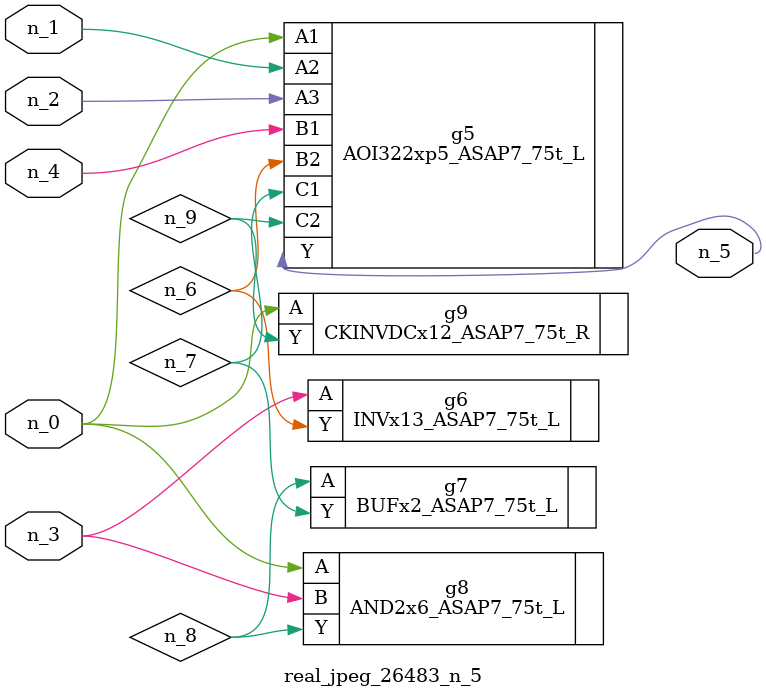
<source format=v>
module real_jpeg_26483_n_5 (n_4, n_0, n_1, n_2, n_3, n_5);

input n_4;
input n_0;
input n_1;
input n_2;
input n_3;

output n_5;

wire n_8;
wire n_6;
wire n_7;
wire n_9;

AOI322xp5_ASAP7_75t_L g5 ( 
.A1(n_0),
.A2(n_1),
.A3(n_2),
.B1(n_4),
.B2(n_6),
.C1(n_7),
.C2(n_9),
.Y(n_5)
);

AND2x6_ASAP7_75t_L g8 ( 
.A(n_0),
.B(n_3),
.Y(n_8)
);

CKINVDCx12_ASAP7_75t_R g9 ( 
.A(n_0),
.Y(n_9)
);

INVx13_ASAP7_75t_L g6 ( 
.A(n_3),
.Y(n_6)
);

BUFx2_ASAP7_75t_L g7 ( 
.A(n_8),
.Y(n_7)
);


endmodule
</source>
